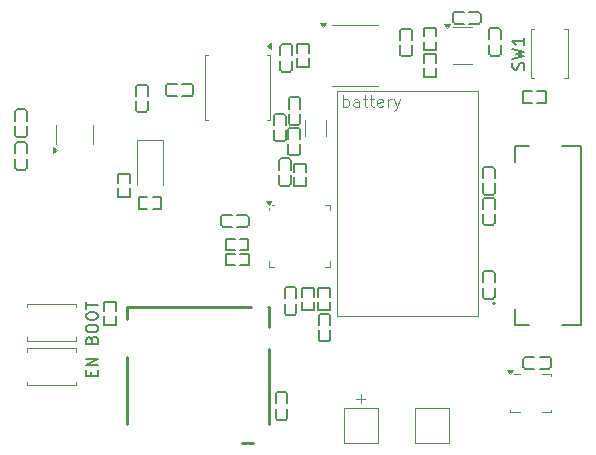
<source format=gbr>
%TF.GenerationSoftware,KiCad,Pcbnew,9.0.2*%
%TF.CreationDate,2025-12-06T23:29:51-05:00*%
%TF.ProjectId,taskmonitor,7461736b-6d6f-46e6-9974-6f722e6b6963,rev?*%
%TF.SameCoordinates,Original*%
%TF.FileFunction,Legend,Top*%
%TF.FilePolarity,Positive*%
%FSLAX46Y46*%
G04 Gerber Fmt 4.6, Leading zero omitted, Abs format (unit mm)*
G04 Created by KiCad (PCBNEW 9.0.2) date 2025-12-06 23:29:51*
%MOMM*%
%LPD*%
G01*
G04 APERTURE LIST*
%ADD10C,0.100000*%
%ADD11C,0.150000*%
%ADD12C,0.120000*%
%ADD13C,0.152400*%
%ADD14C,0.127000*%
%ADD15C,0.200000*%
%ADD16C,0.254000*%
G04 APERTURE END LIST*
D10*
X97700000Y-87275000D02*
X109700000Y-87275000D01*
X109700000Y-106275000D01*
X97700000Y-106275000D01*
X97700000Y-87275000D01*
D11*
X76956009Y-108307142D02*
X77003628Y-108164285D01*
X77003628Y-108164285D02*
X77051247Y-108116666D01*
X77051247Y-108116666D02*
X77146485Y-108069047D01*
X77146485Y-108069047D02*
X77289342Y-108069047D01*
X77289342Y-108069047D02*
X77384580Y-108116666D01*
X77384580Y-108116666D02*
X77432200Y-108164285D01*
X77432200Y-108164285D02*
X77479819Y-108259523D01*
X77479819Y-108259523D02*
X77479819Y-108640475D01*
X77479819Y-108640475D02*
X76479819Y-108640475D01*
X76479819Y-108640475D02*
X76479819Y-108307142D01*
X76479819Y-108307142D02*
X76527438Y-108211904D01*
X76527438Y-108211904D02*
X76575057Y-108164285D01*
X76575057Y-108164285D02*
X76670295Y-108116666D01*
X76670295Y-108116666D02*
X76765533Y-108116666D01*
X76765533Y-108116666D02*
X76860771Y-108164285D01*
X76860771Y-108164285D02*
X76908390Y-108211904D01*
X76908390Y-108211904D02*
X76956009Y-108307142D01*
X76956009Y-108307142D02*
X76956009Y-108640475D01*
X76479819Y-107449999D02*
X76479819Y-107259523D01*
X76479819Y-107259523D02*
X76527438Y-107164285D01*
X76527438Y-107164285D02*
X76622676Y-107069047D01*
X76622676Y-107069047D02*
X76813152Y-107021428D01*
X76813152Y-107021428D02*
X77146485Y-107021428D01*
X77146485Y-107021428D02*
X77336961Y-107069047D01*
X77336961Y-107069047D02*
X77432200Y-107164285D01*
X77432200Y-107164285D02*
X77479819Y-107259523D01*
X77479819Y-107259523D02*
X77479819Y-107449999D01*
X77479819Y-107449999D02*
X77432200Y-107545237D01*
X77432200Y-107545237D02*
X77336961Y-107640475D01*
X77336961Y-107640475D02*
X77146485Y-107688094D01*
X77146485Y-107688094D02*
X76813152Y-107688094D01*
X76813152Y-107688094D02*
X76622676Y-107640475D01*
X76622676Y-107640475D02*
X76527438Y-107545237D01*
X76527438Y-107545237D02*
X76479819Y-107449999D01*
X76479819Y-106402380D02*
X76479819Y-106211904D01*
X76479819Y-106211904D02*
X76527438Y-106116666D01*
X76527438Y-106116666D02*
X76622676Y-106021428D01*
X76622676Y-106021428D02*
X76813152Y-105973809D01*
X76813152Y-105973809D02*
X77146485Y-105973809D01*
X77146485Y-105973809D02*
X77336961Y-106021428D01*
X77336961Y-106021428D02*
X77432200Y-106116666D01*
X77432200Y-106116666D02*
X77479819Y-106211904D01*
X77479819Y-106211904D02*
X77479819Y-106402380D01*
X77479819Y-106402380D02*
X77432200Y-106497618D01*
X77432200Y-106497618D02*
X77336961Y-106592856D01*
X77336961Y-106592856D02*
X77146485Y-106640475D01*
X77146485Y-106640475D02*
X76813152Y-106640475D01*
X76813152Y-106640475D02*
X76622676Y-106592856D01*
X76622676Y-106592856D02*
X76527438Y-106497618D01*
X76527438Y-106497618D02*
X76479819Y-106402380D01*
X76479819Y-105688094D02*
X76479819Y-105116666D01*
X77479819Y-105402380D02*
X76479819Y-105402380D01*
X76931009Y-111388094D02*
X76931009Y-111054761D01*
X77454819Y-110911904D02*
X77454819Y-111388094D01*
X77454819Y-111388094D02*
X76454819Y-111388094D01*
X76454819Y-111388094D02*
X76454819Y-110911904D01*
X77454819Y-110483332D02*
X76454819Y-110483332D01*
X76454819Y-110483332D02*
X77454819Y-109911904D01*
X77454819Y-109911904D02*
X76454819Y-109911904D01*
D10*
X99378884Y-113291466D02*
X100140789Y-113291466D01*
X99759836Y-113672419D02*
X99759836Y-112910514D01*
X98253884Y-88597419D02*
X98253884Y-87597419D01*
X98253884Y-87978371D02*
X98349122Y-87930752D01*
X98349122Y-87930752D02*
X98539598Y-87930752D01*
X98539598Y-87930752D02*
X98634836Y-87978371D01*
X98634836Y-87978371D02*
X98682455Y-88025990D01*
X98682455Y-88025990D02*
X98730074Y-88121228D01*
X98730074Y-88121228D02*
X98730074Y-88406942D01*
X98730074Y-88406942D02*
X98682455Y-88502180D01*
X98682455Y-88502180D02*
X98634836Y-88549800D01*
X98634836Y-88549800D02*
X98539598Y-88597419D01*
X98539598Y-88597419D02*
X98349122Y-88597419D01*
X98349122Y-88597419D02*
X98253884Y-88549800D01*
X99587217Y-88597419D02*
X99587217Y-88073609D01*
X99587217Y-88073609D02*
X99539598Y-87978371D01*
X99539598Y-87978371D02*
X99444360Y-87930752D01*
X99444360Y-87930752D02*
X99253884Y-87930752D01*
X99253884Y-87930752D02*
X99158646Y-87978371D01*
X99587217Y-88549800D02*
X99491979Y-88597419D01*
X99491979Y-88597419D02*
X99253884Y-88597419D01*
X99253884Y-88597419D02*
X99158646Y-88549800D01*
X99158646Y-88549800D02*
X99111027Y-88454561D01*
X99111027Y-88454561D02*
X99111027Y-88359323D01*
X99111027Y-88359323D02*
X99158646Y-88264085D01*
X99158646Y-88264085D02*
X99253884Y-88216466D01*
X99253884Y-88216466D02*
X99491979Y-88216466D01*
X99491979Y-88216466D02*
X99587217Y-88168847D01*
X99920551Y-87930752D02*
X100301503Y-87930752D01*
X100063408Y-87597419D02*
X100063408Y-88454561D01*
X100063408Y-88454561D02*
X100111027Y-88549800D01*
X100111027Y-88549800D02*
X100206265Y-88597419D01*
X100206265Y-88597419D02*
X100301503Y-88597419D01*
X100491980Y-87930752D02*
X100872932Y-87930752D01*
X100634837Y-87597419D02*
X100634837Y-88454561D01*
X100634837Y-88454561D02*
X100682456Y-88549800D01*
X100682456Y-88549800D02*
X100777694Y-88597419D01*
X100777694Y-88597419D02*
X100872932Y-88597419D01*
X101587218Y-88549800D02*
X101491980Y-88597419D01*
X101491980Y-88597419D02*
X101301504Y-88597419D01*
X101301504Y-88597419D02*
X101206266Y-88549800D01*
X101206266Y-88549800D02*
X101158647Y-88454561D01*
X101158647Y-88454561D02*
X101158647Y-88073609D01*
X101158647Y-88073609D02*
X101206266Y-87978371D01*
X101206266Y-87978371D02*
X101301504Y-87930752D01*
X101301504Y-87930752D02*
X101491980Y-87930752D01*
X101491980Y-87930752D02*
X101587218Y-87978371D01*
X101587218Y-87978371D02*
X101634837Y-88073609D01*
X101634837Y-88073609D02*
X101634837Y-88168847D01*
X101634837Y-88168847D02*
X101158647Y-88264085D01*
X102063409Y-88597419D02*
X102063409Y-87930752D01*
X102063409Y-88121228D02*
X102111028Y-88025990D01*
X102111028Y-88025990D02*
X102158647Y-87978371D01*
X102158647Y-87978371D02*
X102253885Y-87930752D01*
X102253885Y-87930752D02*
X102349123Y-87930752D01*
X102587219Y-87930752D02*
X102825314Y-88597419D01*
X103063409Y-87930752D02*
X102825314Y-88597419D01*
X102825314Y-88597419D02*
X102730076Y-88835514D01*
X102730076Y-88835514D02*
X102682457Y-88883133D01*
X102682457Y-88883133D02*
X102587219Y-88930752D01*
D11*
X113532200Y-85433332D02*
X113579819Y-85290475D01*
X113579819Y-85290475D02*
X113579819Y-85052380D01*
X113579819Y-85052380D02*
X113532200Y-84957142D01*
X113532200Y-84957142D02*
X113484580Y-84909523D01*
X113484580Y-84909523D02*
X113389342Y-84861904D01*
X113389342Y-84861904D02*
X113294104Y-84861904D01*
X113294104Y-84861904D02*
X113198866Y-84909523D01*
X113198866Y-84909523D02*
X113151247Y-84957142D01*
X113151247Y-84957142D02*
X113103628Y-85052380D01*
X113103628Y-85052380D02*
X113056009Y-85242856D01*
X113056009Y-85242856D02*
X113008390Y-85338094D01*
X113008390Y-85338094D02*
X112960771Y-85385713D01*
X112960771Y-85385713D02*
X112865533Y-85433332D01*
X112865533Y-85433332D02*
X112770295Y-85433332D01*
X112770295Y-85433332D02*
X112675057Y-85385713D01*
X112675057Y-85385713D02*
X112627438Y-85338094D01*
X112627438Y-85338094D02*
X112579819Y-85242856D01*
X112579819Y-85242856D02*
X112579819Y-85004761D01*
X112579819Y-85004761D02*
X112627438Y-84861904D01*
X112579819Y-84528570D02*
X113579819Y-84290475D01*
X113579819Y-84290475D02*
X112865533Y-84099999D01*
X112865533Y-84099999D02*
X113579819Y-83909523D01*
X113579819Y-83909523D02*
X112579819Y-83671428D01*
X113579819Y-82766666D02*
X113579819Y-83338094D01*
X113579819Y-83052380D02*
X112579819Y-83052380D01*
X112579819Y-83052380D02*
X112722676Y-83147618D01*
X112722676Y-83147618D02*
X112817914Y-83242856D01*
X112817914Y-83242856D02*
X112865533Y-83338094D01*
D12*
%TO.C,BOOT1*%
X71455000Y-105280000D02*
X75595000Y-105280000D01*
X71455000Y-105580000D02*
X71455000Y-105280000D01*
X71455000Y-108420000D02*
X71455000Y-108120000D01*
X75595000Y-105280000D02*
X75595000Y-105580000D01*
X75595000Y-108120000D02*
X75595000Y-108420000D01*
X75595000Y-108420000D02*
X71455000Y-108420000D01*
%TO.C,Y1*%
X95050000Y-89725000D02*
X95050000Y-91075000D01*
X96800000Y-89725000D02*
X96800000Y-91075000D01*
D13*
%TO.C,C2*%
X70476400Y-91738600D02*
X70476400Y-92528700D01*
X70476400Y-93771200D02*
X70476400Y-92981100D01*
X71321200Y-91586200D02*
X70628800Y-91586200D01*
X71321200Y-93923600D02*
X70628800Y-93923600D01*
X71473600Y-92528700D02*
X71473600Y-91738600D01*
X71473600Y-92981100D02*
X71473600Y-93771200D01*
X70476400Y-91738600D02*
G75*
G02*
X70628800Y-91586200I152400J0D01*
G01*
X70628800Y-93923600D02*
G75*
G02*
X70476400Y-93771200I0J152400D01*
G01*
X71321200Y-91586200D02*
G75*
G02*
X71473600Y-91738600I0J-152400D01*
G01*
X71473600Y-93771200D02*
G75*
G02*
X71321200Y-93923600I-152400J0D01*
G01*
%TO.C,R9*%
X94076400Y-93398000D02*
X95073600Y-93398000D01*
X94076400Y-94116000D02*
X94076400Y-93398000D01*
X94076400Y-94568400D02*
X94076400Y-95286400D01*
X94076400Y-95286400D02*
X95073600Y-95286400D01*
X95073600Y-93398000D02*
X95073600Y-94116000D01*
X95073600Y-95286400D02*
X95073600Y-94568400D01*
%TO.C,C18*%
X110076400Y-97218900D02*
X110076400Y-96428800D01*
X110076400Y-97671300D02*
X110076400Y-98461400D01*
X110228800Y-96276400D02*
X110921200Y-96276400D01*
X110228800Y-98613800D02*
X110921200Y-98613800D01*
X111073600Y-96428800D02*
X111073600Y-97218900D01*
X111073600Y-98461400D02*
X111073600Y-97671300D01*
X110076400Y-96428800D02*
G75*
G02*
X110228800Y-96276400I152400J0D01*
G01*
X110228800Y-98613800D02*
G75*
G02*
X110076400Y-98461400I0J152400D01*
G01*
X110921200Y-96276400D02*
G75*
G02*
X111073600Y-96428800I0J-152400D01*
G01*
X111073600Y-98461400D02*
G75*
G02*
X110921200Y-98613800I-152400J0D01*
G01*
%TO.C,R2*%
X94376400Y-83288600D02*
X94376400Y-84006600D01*
X94376400Y-85177000D02*
X94376400Y-84459000D01*
X95373600Y-83288600D02*
X94376400Y-83288600D01*
X95373600Y-84006600D02*
X95373600Y-83288600D01*
X95373600Y-84459000D02*
X95373600Y-85177000D01*
X95373600Y-85177000D02*
X94376400Y-85177000D01*
%TO.C,C20*%
X113506300Y-109928800D02*
X113506300Y-110621200D01*
X113658700Y-110773600D02*
X114448800Y-110773600D01*
X114448800Y-109776400D02*
X113658700Y-109776400D01*
X114901200Y-109776400D02*
X115691300Y-109776400D01*
X115691300Y-110773600D02*
X114901200Y-110773600D01*
X115843700Y-109928800D02*
X115843700Y-110621200D01*
X113506300Y-109928800D02*
G75*
G02*
X113658700Y-109776400I152400J0D01*
G01*
X113658700Y-110773600D02*
G75*
G02*
X113506300Y-110621200I0J152400D01*
G01*
X115691300Y-109776400D02*
G75*
G02*
X115843700Y-109928800I0J-152400D01*
G01*
X115843700Y-110621200D02*
G75*
G02*
X115691300Y-110773600I-152400J0D01*
G01*
D12*
%TO.C,SW1*%
X114130000Y-82030000D02*
X114430000Y-82030000D01*
X114130000Y-86170000D02*
X114130000Y-82030000D01*
X114430000Y-86170000D02*
X114130000Y-86170000D01*
X116970000Y-82030000D02*
X117270000Y-82030000D01*
X117270000Y-82030000D02*
X117270000Y-86170000D01*
X117270000Y-86170000D02*
X116970000Y-86170000D01*
D13*
%TO.C,R5*%
X96151400Y-103938600D02*
X96151400Y-104656600D01*
X96151400Y-105827000D02*
X96151400Y-105109000D01*
X97148600Y-103938600D02*
X96151400Y-103938600D01*
X97148600Y-104656600D02*
X97148600Y-103938600D01*
X97148600Y-105109000D02*
X97148600Y-105827000D01*
X97148600Y-105827000D02*
X96151400Y-105827000D01*
%TO.C,C6*%
X70476400Y-89753700D02*
X70476400Y-88963600D01*
X70476400Y-90206100D02*
X70476400Y-90996200D01*
X70628800Y-88811200D02*
X71321200Y-88811200D01*
X70628800Y-91148600D02*
X71321200Y-91148600D01*
X71473600Y-88963600D02*
X71473600Y-89753700D01*
X71473600Y-90996200D02*
X71473600Y-90206100D01*
X70476400Y-88963600D02*
G75*
G02*
X70628800Y-88811200I152400J0D01*
G01*
X70628800Y-91148600D02*
G75*
G02*
X70476400Y-90996200I0J152400D01*
G01*
X71321200Y-88811200D02*
G75*
G02*
X71473600Y-88963600I0J-152400D01*
G01*
X71473600Y-90996200D02*
G75*
G02*
X71321200Y-91148600I-152400J0D01*
G01*
D12*
%TO.C,U2*%
X99250000Y-81695000D02*
X97300000Y-81695000D01*
X99250000Y-81695000D02*
X101200000Y-81695000D01*
X99250000Y-86815000D02*
X97300000Y-86815000D01*
X99250000Y-86815000D02*
X101200000Y-86815000D01*
X96550000Y-81790000D02*
X96310000Y-81460000D01*
X96790000Y-81460000D01*
X96550000Y-81790000D01*
G36*
X96550000Y-81790000D02*
G01*
X96310000Y-81460000D01*
X96790000Y-81460000D01*
X96550000Y-81790000D01*
G37*
D13*
%TO.C,C4*%
X103076400Y-82133700D02*
X103076400Y-82923800D01*
X103076400Y-84166300D02*
X103076400Y-83376200D01*
X103921200Y-81981300D02*
X103228800Y-81981300D01*
X103921200Y-84318700D02*
X103228800Y-84318700D01*
X104073600Y-82923800D02*
X104073600Y-82133700D01*
X104073600Y-83376200D02*
X104073600Y-84166300D01*
X103076400Y-82133700D02*
G75*
G02*
X103228800Y-81981300I152400J0D01*
G01*
X103228800Y-84318700D02*
G75*
G02*
X103076400Y-84166300I0J152400D01*
G01*
X103921200Y-81981300D02*
G75*
G02*
X104073600Y-82133700I0J-152400D01*
G01*
X104073600Y-84166300D02*
G75*
G02*
X103921200Y-84318700I-152400J0D01*
G01*
D12*
%TO.C,U7*%
X73940000Y-90962500D02*
X73940000Y-90162500D01*
X73940000Y-90962500D02*
X73940000Y-91762500D01*
X77060000Y-90962500D02*
X77060000Y-90162500D01*
X77060000Y-90962500D02*
X77060000Y-91762500D01*
X73990000Y-92262500D02*
X73660000Y-92502500D01*
X73660000Y-92022500D01*
X73990000Y-92262500D01*
G36*
X73990000Y-92262500D02*
G01*
X73660000Y-92502500D01*
X73660000Y-92022500D01*
X73990000Y-92262500D01*
G37*
%TO.C,U3*%
X91940000Y-97365000D02*
X91940000Y-97130000D01*
X91940000Y-102110000D02*
X91940000Y-101635000D01*
X92415000Y-96890000D02*
X92240000Y-96890000D01*
X92415000Y-102110000D02*
X91940000Y-102110000D01*
X96685000Y-96890000D02*
X97160000Y-96890000D01*
X96685000Y-102110000D02*
X97160000Y-102110000D01*
X97160000Y-96890000D02*
X97160000Y-97365000D01*
X97160000Y-102110000D02*
X97160000Y-101635000D01*
X91940000Y-96890000D02*
X91700000Y-96560000D01*
X92180000Y-96560000D01*
X91940000Y-96890000D01*
G36*
X91940000Y-96890000D02*
G01*
X91700000Y-96560000D01*
X92180000Y-96560000D01*
X91940000Y-96890000D01*
G37*
%TO.C,U6*%
X112402500Y-114435000D02*
X112402500Y-114260000D01*
X113202500Y-111215000D02*
X112702500Y-111215000D01*
X113202500Y-114435000D02*
X112402500Y-114435000D01*
X115072500Y-111215000D02*
X115872500Y-111215000D01*
X115072500Y-114435000D02*
X115872500Y-114435000D01*
X115872500Y-111215000D02*
X115872500Y-111390000D01*
X115872500Y-114435000D02*
X115872500Y-114260000D01*
X112402500Y-111215000D02*
X112162500Y-110885000D01*
X112642500Y-110885000D01*
X112402500Y-111215000D01*
G36*
X112402500Y-111215000D02*
G01*
X112162500Y-110885000D01*
X112642500Y-110885000D01*
X112402500Y-111215000D01*
G37*
D13*
%TO.C,C13*%
X80701400Y-86853800D02*
X80701400Y-87643900D01*
X80701400Y-88886400D02*
X80701400Y-88096300D01*
X81546200Y-86701400D02*
X80853800Y-86701400D01*
X81546200Y-89038800D02*
X80853800Y-89038800D01*
X81698600Y-87643900D02*
X81698600Y-86853800D01*
X81698600Y-88096300D02*
X81698600Y-88886400D01*
X80701400Y-86853800D02*
G75*
G02*
X80853800Y-86701400I152400J0D01*
G01*
X80853800Y-89038800D02*
G75*
G02*
X80701400Y-88886400I0J152400D01*
G01*
X81546200Y-86701400D02*
G75*
G02*
X81698600Y-86853800I0J-152400D01*
G01*
X81698600Y-88886400D02*
G75*
G02*
X81546200Y-89038800I-152400J0D01*
G01*
%TO.C,R3*%
X79226400Y-94305800D02*
X79226400Y-95023800D01*
X79226400Y-96194200D02*
X79226400Y-95476200D01*
X80223600Y-94305800D02*
X79226400Y-94305800D01*
X80223600Y-95023800D02*
X80223600Y-94305800D01*
X80223600Y-95476200D02*
X80223600Y-96194200D01*
X80223600Y-96194200D02*
X79226400Y-96194200D01*
%TO.C,C14*%
X92526400Y-113693900D02*
X92526400Y-112903800D01*
X92526400Y-114146300D02*
X92526400Y-114936400D01*
X92678800Y-112751400D02*
X93371200Y-112751400D01*
X92678800Y-115088800D02*
X93371200Y-115088800D01*
X93523600Y-112903800D02*
X93523600Y-113693900D01*
X93523600Y-114936400D02*
X93523600Y-114146300D01*
X92526400Y-112903800D02*
G75*
G02*
X92678800Y-112751400I152400J0D01*
G01*
X92678800Y-115088800D02*
G75*
G02*
X92526400Y-114936400I0J152400D01*
G01*
X93371200Y-112751400D02*
G75*
G02*
X93523600Y-112903800I0J-152400D01*
G01*
X93523600Y-114936400D02*
G75*
G02*
X93371200Y-115088800I-152400J0D01*
G01*
D12*
%TO.C,U4*%
X86540000Y-84215000D02*
X86810000Y-84215000D01*
X86540000Y-86975000D02*
X86540000Y-84215000D01*
X86540000Y-86975000D02*
X86540000Y-89735000D01*
X86540000Y-89735000D02*
X86810000Y-89735000D01*
X92060000Y-84215000D02*
X91790000Y-84215000D01*
X92060000Y-86975000D02*
X92060000Y-84215000D01*
X92060000Y-86975000D02*
X92060000Y-89735000D01*
X92060000Y-89735000D02*
X91790000Y-89735000D01*
X92120000Y-83690000D02*
X91790000Y-83450000D01*
X92120000Y-83210000D01*
X92120000Y-83690000D01*
G36*
X92120000Y-83690000D02*
G01*
X91790000Y-83450000D01*
X92120000Y-83210000D01*
X92120000Y-83690000D01*
G37*
D14*
%TO.C,J4*%
X112775000Y-93255000D02*
X112775000Y-91925000D01*
X112775000Y-107025000D02*
X112775000Y-105695000D01*
X113955000Y-91925000D02*
X112775000Y-91925000D01*
X113955000Y-107025000D02*
X112775000Y-107025000D01*
X118375000Y-91925000D02*
X116795000Y-91925000D01*
X118375000Y-91925000D02*
X118375000Y-107025000D01*
X118375000Y-107025000D02*
X116795000Y-107025000D01*
D15*
X111125000Y-105225000D02*
G75*
G02*
X110925000Y-105225000I-100000J0D01*
G01*
X110925000Y-105225000D02*
G75*
G02*
X111125000Y-105225000I100000J0D01*
G01*
D12*
%TO.C,EN1*%
X71455000Y-109030000D02*
X75595000Y-109030000D01*
X71455000Y-109330000D02*
X71455000Y-109030000D01*
X71455000Y-112170000D02*
X71455000Y-111870000D01*
X75595000Y-109030000D02*
X75595000Y-109330000D01*
X75595000Y-111870000D02*
X75595000Y-112170000D01*
X75595000Y-112170000D02*
X71455000Y-112170000D01*
D13*
%TO.C,C7*%
X87911200Y-97903800D02*
X87911200Y-98596200D01*
X88063600Y-98748600D02*
X88853700Y-98748600D01*
X88853700Y-97751400D02*
X88063600Y-97751400D01*
X89306100Y-97751400D02*
X90096200Y-97751400D01*
X90096200Y-98748600D02*
X89306100Y-98748600D01*
X90248600Y-97903800D02*
X90248600Y-98596200D01*
X87911200Y-97903800D02*
G75*
G02*
X88063600Y-97751400I152400J0D01*
G01*
X88063600Y-98748600D02*
G75*
G02*
X87911200Y-98596200I0J152400D01*
G01*
X90096200Y-97751400D02*
G75*
G02*
X90248600Y-97903800I0J-152400D01*
G01*
X90248600Y-98596200D02*
G75*
G02*
X90096200Y-98748600I-152400J0D01*
G01*
%TO.C,R12*%
X105093900Y-84142400D02*
X105093900Y-84860400D01*
X105093900Y-86030800D02*
X105093900Y-85312800D01*
X106091100Y-84142400D02*
X105093900Y-84142400D01*
X106091100Y-84860400D02*
X106091100Y-84142400D01*
X106091100Y-85312800D02*
X106091100Y-86030800D01*
X106091100Y-86030800D02*
X105093900Y-86030800D01*
%TO.C,C19*%
X110076400Y-94628700D02*
X110076400Y-93838600D01*
X110076400Y-95081100D02*
X110076400Y-95871200D01*
X110228800Y-93686200D02*
X110921200Y-93686200D01*
X110228800Y-96023600D02*
X110921200Y-96023600D01*
X111073600Y-93838600D02*
X111073600Y-94628700D01*
X111073600Y-95871200D02*
X111073600Y-95081100D01*
X110076400Y-93838600D02*
G75*
G02*
X110228800Y-93686200I152400J0D01*
G01*
X110228800Y-96023600D02*
G75*
G02*
X110076400Y-95871200I0J152400D01*
G01*
X110921200Y-93686200D02*
G75*
G02*
X111073600Y-93838600I0J-152400D01*
G01*
X111073600Y-95871200D02*
G75*
G02*
X110921200Y-96023600I-152400J0D01*
G01*
%TO.C,R6*%
X88355800Y-101026400D02*
X89073800Y-101026400D01*
X88355800Y-102023600D02*
X88355800Y-101026400D01*
X89073800Y-102023600D02*
X88355800Y-102023600D01*
X89526200Y-102023600D02*
X90244200Y-102023600D01*
X90244200Y-101026400D02*
X89526200Y-101026400D01*
X90244200Y-102023600D02*
X90244200Y-101026400D01*
%TO.C,C16*%
X110593900Y-82073200D02*
X110593900Y-82863300D01*
X110593900Y-84105800D02*
X110593900Y-83315700D01*
X111438700Y-81920800D02*
X110746300Y-81920800D01*
X111438700Y-84258200D02*
X110746300Y-84258200D01*
X111591100Y-82863300D02*
X111591100Y-82073200D01*
X111591100Y-83315700D02*
X111591100Y-84105800D01*
X110593900Y-82073200D02*
G75*
G02*
X110746300Y-81920800I152400J0D01*
G01*
X110746300Y-84258200D02*
G75*
G02*
X110593900Y-84105800I0J152400D01*
G01*
X111438700Y-81920800D02*
G75*
G02*
X111591100Y-82073200I0J-152400D01*
G01*
X111591100Y-84105800D02*
G75*
G02*
X111438700Y-84258200I-152400J0D01*
G01*
D16*
%TO.C,Card1*%
X79975000Y-105524800D02*
X79975000Y-106568800D01*
X79975000Y-109781100D02*
X79975000Y-115418700D01*
X90418900Y-105524800D02*
X79975000Y-105524800D01*
X90618800Y-117024800D02*
X89681100Y-117024800D01*
X91975000Y-105524800D02*
X91881100Y-105524800D01*
X91975000Y-105524800D02*
X91975000Y-107218800D01*
X91975000Y-109081100D02*
X91975000Y-115418700D01*
D13*
%TO.C,R8*%
X88348000Y-99751400D02*
X88348000Y-100748600D01*
X88348000Y-100748600D02*
X89066000Y-100748600D01*
X89066000Y-99751400D02*
X88348000Y-99751400D01*
X89518400Y-99751400D02*
X90236400Y-99751400D01*
X90236400Y-99751400D02*
X90236400Y-100748600D01*
X90236400Y-100748600D02*
X89518400Y-100748600D01*
D12*
%TO.C,J2*%
X98300000Y-114125000D02*
X101200000Y-114125000D01*
X98300000Y-117025000D02*
X98300000Y-114125000D01*
X101200000Y-114125000D02*
X101200000Y-117025000D01*
X101200000Y-117025000D02*
X98300000Y-117025000D01*
D13*
%TO.C,C3*%
X93601400Y-91303700D02*
X93601400Y-90513600D01*
X93601400Y-91756100D02*
X93601400Y-92546200D01*
X93753800Y-90361200D02*
X94446200Y-90361200D01*
X93753800Y-92698600D02*
X94446200Y-92698600D01*
X94598600Y-90513600D02*
X94598600Y-91303700D01*
X94598600Y-92546200D02*
X94598600Y-91756100D01*
X93601400Y-90513600D02*
G75*
G02*
X93753800Y-90361200I152400J0D01*
G01*
X93753800Y-92698600D02*
G75*
G02*
X93601400Y-92546200I0J152400D01*
G01*
X94446200Y-90361200D02*
G75*
G02*
X94598600Y-90513600I0J-152400D01*
G01*
X94598600Y-92546200D02*
G75*
G02*
X94446200Y-92698600I-152400J0D01*
G01*
D12*
%TO.C,J3*%
X104300000Y-114125000D02*
X107200000Y-114125000D01*
X104300000Y-117025000D02*
X104300000Y-114125000D01*
X107200000Y-114125000D02*
X107200000Y-117025000D01*
X107200000Y-117025000D02*
X104300000Y-117025000D01*
D13*
%TO.C,C15*%
X110076400Y-102658700D02*
X110076400Y-103448800D01*
X110076400Y-104691300D02*
X110076400Y-103901200D01*
X110921200Y-102506300D02*
X110228800Y-102506300D01*
X110921200Y-104843700D02*
X110228800Y-104843700D01*
X111073600Y-103448800D02*
X111073600Y-102658700D01*
X111073600Y-103901200D02*
X111073600Y-104691300D01*
X110076400Y-102658700D02*
G75*
G02*
X110228800Y-102506300I152400J0D01*
G01*
X110228800Y-104843700D02*
G75*
G02*
X110076400Y-104691300I0J152400D01*
G01*
X110921200Y-102506300D02*
G75*
G02*
X111073600Y-102658700I0J-152400D01*
G01*
X111073600Y-104691300D02*
G75*
G02*
X110921200Y-104843700I-152400J0D01*
G01*
%TO.C,C12*%
X92376400Y-90128700D02*
X92376400Y-89338600D01*
X92376400Y-90581100D02*
X92376400Y-91371200D01*
X92528800Y-89186200D02*
X93221200Y-89186200D01*
X92528800Y-91523600D02*
X93221200Y-91523600D01*
X93373600Y-89338600D02*
X93373600Y-90128700D01*
X93373600Y-91371200D02*
X93373600Y-90581100D01*
X92376400Y-89338600D02*
G75*
G02*
X92528800Y-89186200I152400J0D01*
G01*
X92528800Y-91523600D02*
G75*
G02*
X92376400Y-91371200I0J152400D01*
G01*
X93221200Y-89186200D02*
G75*
G02*
X93373600Y-89338600I0J-152400D01*
G01*
X93373600Y-91371200D02*
G75*
G02*
X93221200Y-91523600I-152400J0D01*
G01*
%TO.C,C10*%
X92801400Y-93113600D02*
X92801400Y-93903700D01*
X92801400Y-95146200D02*
X92801400Y-94356100D01*
X93646200Y-92961200D02*
X92953800Y-92961200D01*
X93646200Y-95298600D02*
X92953800Y-95298600D01*
X93798600Y-93903700D02*
X93798600Y-93113600D01*
X93798600Y-94356100D02*
X93798600Y-95146200D01*
X92801400Y-93113600D02*
G75*
G02*
X92953800Y-92961200I152400J0D01*
G01*
X92953800Y-95298600D02*
G75*
G02*
X92801400Y-95146200I0J152400D01*
G01*
X93646200Y-92961200D02*
G75*
G02*
X93798600Y-93113600I0J-152400D01*
G01*
X93798600Y-95146200D02*
G75*
G02*
X93646200Y-95298600I-152400J0D01*
G01*
%TO.C,R1*%
X80948000Y-96251400D02*
X80948000Y-97248600D01*
X80948000Y-97248600D02*
X81666000Y-97248600D01*
X81666000Y-96251400D02*
X80948000Y-96251400D01*
X82118400Y-96251400D02*
X82836400Y-96251400D01*
X82836400Y-96251400D02*
X82836400Y-97248600D01*
X82836400Y-97248600D02*
X82118400Y-97248600D01*
%TO.C,R10*%
X113498000Y-87251400D02*
X114216000Y-87251400D01*
X113498000Y-88248600D02*
X113498000Y-87251400D01*
X114216000Y-88248600D02*
X113498000Y-88248600D01*
X114668400Y-88248600D02*
X115386400Y-88248600D01*
X115386400Y-87251400D02*
X114668400Y-87251400D01*
X115386400Y-88248600D02*
X115386400Y-87251400D01*
D12*
%TO.C,U5*%
X108337500Y-81840000D02*
X107537500Y-81840000D01*
X108337500Y-81840000D02*
X109137500Y-81840000D01*
X108337500Y-84960000D02*
X107537500Y-84960000D01*
X108337500Y-84960000D02*
X109137500Y-84960000D01*
X107037500Y-81890000D02*
X106797500Y-81560000D01*
X107277500Y-81560000D01*
X107037500Y-81890000D01*
G36*
X107037500Y-81890000D02*
G01*
X106797500Y-81560000D01*
X107277500Y-81560000D01*
X107037500Y-81890000D01*
G37*
D13*
%TO.C,R4*%
X78001400Y-105155800D02*
X78998600Y-105155800D01*
X78001400Y-105873800D02*
X78001400Y-105155800D01*
X78001400Y-106326200D02*
X78001400Y-107044200D01*
X78001400Y-107044200D02*
X78998600Y-107044200D01*
X78998600Y-105155800D02*
X78998600Y-105873800D01*
X78998600Y-107044200D02*
X78998600Y-106326200D01*
%TO.C,C11*%
X83236200Y-86828800D02*
X83236200Y-87521200D01*
X83388600Y-87673600D02*
X84178700Y-87673600D01*
X84178700Y-86676400D02*
X83388600Y-86676400D01*
X84631100Y-86676400D02*
X85421200Y-86676400D01*
X85421200Y-87673600D02*
X84631100Y-87673600D01*
X85573600Y-86828800D02*
X85573600Y-87521200D01*
X83236200Y-86828800D02*
G75*
G02*
X83388600Y-86676400I152400J0D01*
G01*
X83388600Y-87673600D02*
G75*
G02*
X83236200Y-87521200I0J152400D01*
G01*
X85421200Y-86676400D02*
G75*
G02*
X85573600Y-86828800I0J-152400D01*
G01*
X85573600Y-87521200D02*
G75*
G02*
X85421200Y-87673600I-152400J0D01*
G01*
%TO.C,C17*%
X107543900Y-80698200D02*
X107543900Y-81390600D01*
X107696300Y-81543000D02*
X108486400Y-81543000D01*
X108486400Y-80545800D02*
X107696300Y-80545800D01*
X108938800Y-80545800D02*
X109728900Y-80545800D01*
X109728900Y-81543000D02*
X108938800Y-81543000D01*
X109881300Y-80698200D02*
X109881300Y-81390600D01*
X107543900Y-80698200D02*
G75*
G02*
X107696300Y-80545800I152400J0D01*
G01*
X107696300Y-81543000D02*
G75*
G02*
X107543900Y-81390600I0J152400D01*
G01*
X109728900Y-80545800D02*
G75*
G02*
X109881300Y-80698200I0J-152400D01*
G01*
X109881300Y-81390600D02*
G75*
G02*
X109728900Y-81543000I-152400J0D01*
G01*
%TO.C,R13*%
X105093900Y-81908000D02*
X106091100Y-81908000D01*
X105093900Y-82626000D02*
X105093900Y-81908000D01*
X105093900Y-83078400D02*
X105093900Y-83796400D01*
X105093900Y-83796400D02*
X106091100Y-83796400D01*
X106091100Y-81908000D02*
X106091100Y-82626000D01*
X106091100Y-83796400D02*
X106091100Y-83078400D01*
%TO.C,C5*%
X93626400Y-87943500D02*
X93626400Y-88733600D01*
X93626400Y-89976100D02*
X93626400Y-89186000D01*
X94471200Y-87791100D02*
X93778800Y-87791100D01*
X94471200Y-90128500D02*
X93778800Y-90128500D01*
X94623600Y-88733600D02*
X94623600Y-87943500D01*
X94623600Y-89186000D02*
X94623600Y-89976100D01*
X93626400Y-87943500D02*
G75*
G02*
X93778800Y-87791100I152400J0D01*
G01*
X93778800Y-90128500D02*
G75*
G02*
X93626400Y-89976100I0J152400D01*
G01*
X94471200Y-87791100D02*
G75*
G02*
X94623600Y-87943500I0J-152400D01*
G01*
X94623600Y-89976100D02*
G75*
G02*
X94471200Y-90128500I-152400J0D01*
G01*
%TO.C,C9*%
X96176400Y-107053700D02*
X96176400Y-106263600D01*
X96176400Y-107506100D02*
X96176400Y-108296200D01*
X96328800Y-106111200D02*
X97021200Y-106111200D01*
X96328800Y-108448600D02*
X97021200Y-108448600D01*
X97173600Y-106263600D02*
X97173600Y-107053700D01*
X97173600Y-108296200D02*
X97173600Y-107506100D01*
X96176400Y-106263600D02*
G75*
G02*
X96328800Y-106111200I152400J0D01*
G01*
X96328800Y-108448600D02*
G75*
G02*
X96176400Y-108296200I0J152400D01*
G01*
X97021200Y-106111200D02*
G75*
G02*
X97173600Y-106263600I0J-152400D01*
G01*
X97173600Y-108296200D02*
G75*
G02*
X97021200Y-108448600I-152400J0D01*
G01*
D12*
%TO.C,D1*%
X80757200Y-91365000D02*
X80757200Y-95250000D01*
X83027200Y-91365000D02*
X80757200Y-91365000D01*
X83027200Y-95250000D02*
X83027200Y-91365000D01*
D13*
%TO.C,C8*%
X93301400Y-104028800D02*
X93301400Y-104818900D01*
X93301400Y-106061400D02*
X93301400Y-105271300D01*
X94146200Y-103876400D02*
X93453800Y-103876400D01*
X94146200Y-106213800D02*
X93453800Y-106213800D01*
X94298600Y-104818900D02*
X94298600Y-104028800D01*
X94298600Y-105271300D02*
X94298600Y-106061400D01*
X93301400Y-104028800D02*
G75*
G02*
X93453800Y-103876400I152400J0D01*
G01*
X93453800Y-106213800D02*
G75*
G02*
X93301400Y-106061400I0J152400D01*
G01*
X94146200Y-103876400D02*
G75*
G02*
X94298600Y-104028800I0J-152400D01*
G01*
X94298600Y-106061400D02*
G75*
G02*
X94146200Y-106213800I-152400J0D01*
G01*
%TO.C,C1*%
X92926400Y-84218900D02*
X92926400Y-83428800D01*
X92926400Y-84671300D02*
X92926400Y-85461400D01*
X93078800Y-83276400D02*
X93771200Y-83276400D01*
X93078800Y-85613800D02*
X93771200Y-85613800D01*
X93923600Y-83428800D02*
X93923600Y-84218900D01*
X93923600Y-85461400D02*
X93923600Y-84671300D01*
X92926400Y-83428800D02*
G75*
G02*
X93078800Y-83276400I152400J0D01*
G01*
X93078800Y-85613800D02*
G75*
G02*
X92926400Y-85461400I0J152400D01*
G01*
X93771200Y-83276400D02*
G75*
G02*
X93923600Y-83428800I0J-152400D01*
G01*
X93923600Y-85461400D02*
G75*
G02*
X93771200Y-85613800I-152400J0D01*
G01*
%TO.C,R7*%
X94776400Y-103938600D02*
X95773600Y-103938600D01*
X94776400Y-104656600D02*
X94776400Y-103938600D01*
X94776400Y-105109000D02*
X94776400Y-105827000D01*
X94776400Y-105827000D02*
X95773600Y-105827000D01*
X95773600Y-103938600D02*
X95773600Y-104656600D01*
X95773600Y-105827000D02*
X95773600Y-105109000D01*
%TD*%
M02*

</source>
